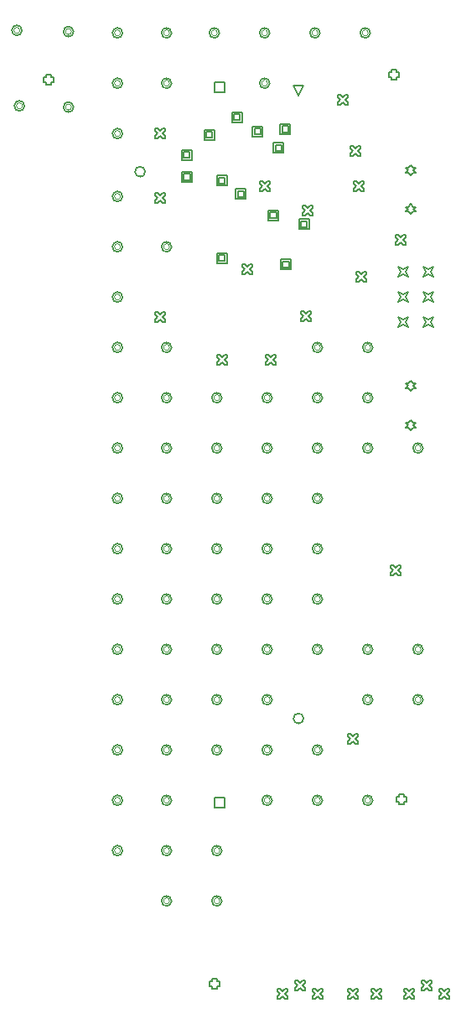
<source format=gbr>
G04*
G04 #@! TF.GenerationSoftware,Altium Limited,Altium Designer,23.10.1 (27)*
G04*
G04 Layer_Color=2752767*
%FSLAX42Y42*%
%MOMM*%
G71*
G04*
G04 #@! TF.SameCoordinates,D788F153-7B32-47A3-9728-DC68925F5BF0*
G04*
G04*
G04 #@! TF.FilePolarity,Positive*
G04*
G01*
G75*
%ADD13C,0.13*%
%ADD98C,0.17*%
%ADD99C,0.10*%
D13*
X1435Y424D02*
X1460Y450D01*
X1486D01*
X1460Y475D01*
X1486Y501D01*
X1460D01*
X1435Y526D01*
X1409Y501D01*
X1384D01*
X1409Y475D01*
X1384Y450D01*
X1409D01*
X1435Y424D01*
Y820D02*
X1460Y846D01*
X1486D01*
X1460Y871D01*
X1486Y897D01*
X1460D01*
X1435Y922D01*
X1409Y897D01*
X1384D01*
X1409Y871D01*
X1384Y846D01*
X1409D01*
X1435Y820D01*
X1308Y1715D02*
X1334Y1765D01*
X1308Y1816D01*
X1359Y1791D01*
X1410Y1816D01*
X1384Y1765D01*
X1410Y1715D01*
X1359Y1740D01*
X1308Y1715D01*
Y1968D02*
X1334Y2019D01*
X1308Y2070D01*
X1359Y2045D01*
X1410Y2070D01*
X1384Y2019D01*
X1410Y1968D01*
X1359Y1994D01*
X1308Y1968D01*
X1562Y1460D02*
X1588Y1511D01*
X1562Y1562D01*
X1613Y1537D01*
X1664Y1562D01*
X1638Y1511D01*
X1664Y1460D01*
X1613Y1486D01*
X1562Y1460D01*
Y1715D02*
X1588Y1765D01*
X1562Y1816D01*
X1613Y1791D01*
X1664Y1816D01*
X1638Y1765D01*
X1664Y1715D01*
X1613Y1740D01*
X1562Y1715D01*
X-2248Y3937D02*
Y3912D01*
X-2197D01*
Y3937D01*
X-2172D01*
Y3988D01*
X-2197D01*
Y4013D01*
X-2248D01*
Y3988D01*
X-2273D01*
Y3937D01*
X-2248D01*
X-572Y-5194D02*
Y-5220D01*
X-521D01*
Y-5194D01*
X-495D01*
Y-5144D01*
X-521D01*
Y-5118D01*
X-572D01*
Y-5144D01*
X-597D01*
Y-5194D01*
X-572D01*
X1321Y-3327D02*
Y-3353D01*
X1372D01*
Y-3327D01*
X1397D01*
Y-3277D01*
X1372D01*
Y-3251D01*
X1321D01*
Y-3277D01*
X1295D01*
Y-3327D01*
X1321D01*
X1245Y3988D02*
Y3962D01*
X1295D01*
Y3988D01*
X1321D01*
Y4039D01*
X1295D01*
Y4064D01*
X1245D01*
Y4039D01*
X1219D01*
Y3988D01*
X1245D01*
X1435Y2601D02*
X1460Y2627D01*
X1486D01*
X1460Y2652D01*
X1486Y2677D01*
X1460D01*
X1435Y2703D01*
X1410Y2677D01*
X1384D01*
X1410Y2652D01*
X1384Y2627D01*
X1410D01*
X1435Y2601D01*
Y2997D02*
X1460Y3023D01*
X1486D01*
X1460Y3048D01*
X1486Y3073D01*
X1460D01*
X1435Y3099D01*
X1410Y3073D01*
X1384D01*
X1410Y3048D01*
X1384Y3023D01*
X1410D01*
X1435Y2997D01*
X1308Y1460D02*
X1334Y1511D01*
X1308Y1562D01*
X1359Y1537D01*
X1410Y1562D01*
X1384Y1511D01*
X1410Y1460D01*
X1359Y1486D01*
X1308Y1460D01*
X1562Y1968D02*
X1588Y2019D01*
X1562Y2070D01*
X1613Y2045D01*
X1664Y2070D01*
X1638Y2019D01*
X1664Y1968D01*
X1613Y1994D01*
X1562Y1968D01*
X-546Y-3391D02*
Y-3289D01*
X-445D01*
Y-3391D01*
X-546D01*
Y3831D02*
Y3933D01*
X-445D01*
Y3831D01*
X-546D01*
X305Y3800D02*
X254Y3902D01*
X356D01*
X305Y3800D01*
X-648Y3353D02*
Y3454D01*
X-546D01*
Y3353D01*
X-648D01*
X-627Y3373D02*
Y3434D01*
X-566D01*
Y3373D01*
X-627D01*
X267Y-5232D02*
X292D01*
X317Y-5207D01*
X343Y-5232D01*
X368D01*
Y-5207D01*
X343Y-5182D01*
X368Y-5156D01*
Y-5131D01*
X343D01*
X317Y-5156D01*
X292Y-5131D01*
X267D01*
Y-5156D01*
X292Y-5182D01*
X267Y-5207D01*
Y-5232D01*
X1549D02*
X1575D01*
X1600Y-5207D01*
X1626Y-5232D01*
X1651D01*
Y-5207D01*
X1626Y-5182D01*
X1651Y-5156D01*
Y-5131D01*
X1626D01*
X1600Y-5156D01*
X1575Y-5131D01*
X1549D01*
Y-5156D01*
X1575Y-5182D01*
X1549Y-5207D01*
Y-5232D01*
X1727Y-5321D02*
X1753D01*
X1778Y-5296D01*
X1803Y-5321D01*
X1829D01*
Y-5296D01*
X1803Y-5271D01*
X1829Y-5245D01*
Y-5220D01*
X1803D01*
X1778Y-5245D01*
X1753Y-5220D01*
X1727D01*
Y-5245D01*
X1753Y-5271D01*
X1727Y-5296D01*
Y-5321D01*
X1041D02*
X1067D01*
X1092Y-5296D01*
X1118Y-5321D01*
X1143D01*
Y-5296D01*
X1118Y-5271D01*
X1143Y-5245D01*
Y-5220D01*
X1118D01*
X1092Y-5245D01*
X1067Y-5220D01*
X1041D01*
Y-5245D01*
X1067Y-5271D01*
X1041Y-5296D01*
Y-5321D01*
X445D02*
X470D01*
X495Y-5296D01*
X521Y-5321D01*
X546D01*
Y-5296D01*
X521Y-5271D01*
X546Y-5245D01*
Y-5220D01*
X521D01*
X495Y-5245D01*
X470Y-5220D01*
X445D01*
Y-5245D01*
X470Y-5271D01*
X445Y-5296D01*
Y-5321D01*
X1372D02*
X1397D01*
X1422Y-5296D01*
X1448Y-5321D01*
X1473D01*
Y-5296D01*
X1448Y-5271D01*
X1473Y-5245D01*
Y-5220D01*
X1448D01*
X1422Y-5245D01*
X1397Y-5220D01*
X1372D01*
Y-5245D01*
X1397Y-5271D01*
X1372Y-5296D01*
Y-5321D01*
X800D02*
X826D01*
X851Y-5296D01*
X876Y-5321D01*
X902D01*
Y-5296D01*
X876Y-5271D01*
X902Y-5245D01*
Y-5220D01*
X876D01*
X851Y-5245D01*
X826Y-5220D01*
X800D01*
Y-5245D01*
X826Y-5271D01*
X800Y-5296D01*
Y-5321D01*
X89D02*
X114D01*
X140Y-5296D01*
X165Y-5321D01*
X190D01*
Y-5296D01*
X165Y-5271D01*
X190Y-5245D01*
Y-5220D01*
X165D01*
X140Y-5245D01*
X114Y-5220D01*
X89D01*
Y-5245D01*
X114Y-5271D01*
X89Y-5296D01*
Y-5321D01*
X-89Y2832D02*
X-63D01*
X-38Y2858D01*
X-13Y2832D01*
X13D01*
Y2858D01*
X-13Y2883D01*
X13Y2908D01*
Y2934D01*
X-13D01*
X-38Y2908D01*
X-63Y2934D01*
X-89D01*
Y2908D01*
X-63Y2883D01*
X-89Y2858D01*
Y2832D01*
X1286Y2290D02*
X1312D01*
X1337Y2315D01*
X1362Y2290D01*
X1388D01*
Y2315D01*
X1362Y2340D01*
X1388Y2366D01*
Y2391D01*
X1362D01*
X1337Y2366D01*
X1312Y2391D01*
X1286D01*
Y2366D01*
X1312Y2340D01*
X1286Y2315D01*
Y2290D01*
X121Y3410D02*
Y3512D01*
X222D01*
Y3410D01*
X121D01*
X141Y3430D02*
Y3491D01*
X202D01*
Y3430D01*
X141D01*
X52Y3221D02*
Y3322D01*
X154D01*
Y3221D01*
X52D01*
X73Y3241D02*
Y3302D01*
X133D01*
Y3241D01*
X73D01*
X-160Y3386D02*
Y3487D01*
X-58D01*
Y3386D01*
X-160D01*
X-140Y3406D02*
Y3467D01*
X-79D01*
Y3406D01*
X-140D01*
X-330Y2756D02*
Y2858D01*
X-228D01*
Y2756D01*
X-330D01*
X-310Y2776D02*
Y2837D01*
X-249D01*
Y2776D01*
X-310D01*
X-519Y2891D02*
Y2993D01*
X-417D01*
Y2891D01*
X-519D01*
X-499Y2911D02*
Y2972D01*
X-438D01*
Y2911D01*
X-499D01*
X343Y2591D02*
X368D01*
X394Y2616D01*
X419Y2591D01*
X445D01*
Y2616D01*
X419Y2642D01*
X445Y2667D01*
Y2692D01*
X419D01*
X394Y2667D01*
X368Y2692D01*
X343D01*
Y2667D01*
X368Y2642D01*
X343Y2616D01*
Y2591D01*
X311Y2451D02*
Y2553D01*
X413D01*
Y2451D01*
X311D01*
X331Y2471D02*
Y2532D01*
X392D01*
Y2471D01*
X331D01*
X889Y1918D02*
X914D01*
X940Y1943D01*
X965Y1918D01*
X991D01*
Y1943D01*
X965Y1968D01*
X991Y1994D01*
Y2019D01*
X965D01*
X940Y1994D01*
X914Y2019D01*
X889D01*
Y1994D01*
X914Y1968D01*
X889Y1943D01*
Y1918D01*
X864Y2832D02*
X889D01*
X914Y2858D01*
X940Y2832D01*
X965D01*
Y2858D01*
X940Y2883D01*
X965Y2908D01*
Y2934D01*
X940D01*
X914Y2908D01*
X889Y2934D01*
X864D01*
Y2908D01*
X889Y2883D01*
X864Y2858D01*
Y2832D01*
X-267Y1994D02*
X-241D01*
X-216Y2019D01*
X-190Y1994D01*
X-165D01*
Y2019D01*
X-190Y2045D01*
X-165Y2070D01*
Y2095D01*
X-190D01*
X-216Y2070D01*
X-241Y2095D01*
X-267D01*
Y2070D01*
X-241Y2045D01*
X-267Y2019D01*
Y1994D01*
X-521Y2108D02*
Y2210D01*
X-419D01*
Y2108D01*
X-521D01*
X-500Y2129D02*
Y2189D01*
X-439D01*
Y2129D01*
X-500D01*
X-1143Y2718D02*
X-1118D01*
X-1092Y2743D01*
X-1067Y2718D01*
X-1041D01*
Y2743D01*
X-1067Y2769D01*
X-1041Y2794D01*
Y2819D01*
X-1067D01*
X-1092Y2794D01*
X-1118Y2819D01*
X-1143D01*
Y2794D01*
X-1118Y2769D01*
X-1143Y2743D01*
Y2718D01*
Y1511D02*
X-1118D01*
X-1092Y1537D01*
X-1067Y1511D01*
X-1041D01*
Y1537D01*
X-1067Y1562D01*
X-1041Y1588D01*
Y1613D01*
X-1067D01*
X-1092Y1588D01*
X-1118Y1613D01*
X-1143D01*
Y1588D01*
X-1118Y1562D01*
X-1143Y1537D01*
Y1511D01*
X826Y3188D02*
X851D01*
X876Y3213D01*
X902Y3188D01*
X927D01*
Y3213D01*
X902Y3238D01*
X927Y3264D01*
Y3289D01*
X902D01*
X876Y3264D01*
X851Y3289D01*
X826D01*
Y3264D01*
X851Y3238D01*
X826Y3213D01*
Y3188D01*
X0Y2540D02*
Y2642D01*
X102D01*
Y2540D01*
X0D01*
X20Y2560D02*
Y2621D01*
X81D01*
Y2560D01*
X20D01*
X-874Y3150D02*
Y3251D01*
X-773D01*
Y3150D01*
X-874D01*
X-854Y3170D02*
Y3231D01*
X-793D01*
Y3170D01*
X-854D01*
X-873Y2928D02*
Y3030D01*
X-772D01*
Y2928D01*
X-873D01*
X-853Y2948D02*
Y3009D01*
X-792D01*
Y2948D01*
X-853D01*
X127Y2045D02*
Y2146D01*
X229D01*
Y2045D01*
X127D01*
X147Y2065D02*
Y2126D01*
X208D01*
Y2065D01*
X147D01*
X-1143Y3365D02*
X-1118D01*
X-1092Y3391D01*
X-1067Y3365D01*
X-1041D01*
Y3391D01*
X-1067Y3416D01*
X-1041Y3442D01*
Y3467D01*
X-1067D01*
X-1092Y3442D01*
X-1118Y3467D01*
X-1143D01*
Y3442D01*
X-1118Y3416D01*
X-1143Y3391D01*
Y3365D01*
X-25Y1080D02*
X0D01*
X25Y1105D01*
X51Y1080D01*
X76D01*
Y1105D01*
X51Y1130D01*
X76Y1156D01*
Y1181D01*
X51D01*
X25Y1156D01*
X0Y1181D01*
X-25D01*
Y1156D01*
X0Y1130D01*
X-25Y1105D01*
Y1080D01*
X-521D02*
X-495D01*
X-470Y1105D01*
X-445Y1080D01*
X-419D01*
Y1105D01*
X-445Y1130D01*
X-419Y1156D01*
Y1181D01*
X-445D01*
X-470Y1156D01*
X-495Y1181D01*
X-521D01*
Y1156D01*
X-495Y1130D01*
X-521Y1105D01*
Y1080D01*
X800Y-2743D02*
X826D01*
X851Y-2718D01*
X876Y-2743D01*
X902D01*
Y-2718D01*
X876Y-2692D01*
X902Y-2667D01*
Y-2642D01*
X876D01*
X851Y-2667D01*
X826Y-2642D01*
X800D01*
Y-2667D01*
X826Y-2692D01*
X800Y-2718D01*
Y-2743D01*
X1232Y-1041D02*
X1257D01*
X1283Y-1016D01*
X1308Y-1041D01*
X1334D01*
Y-1016D01*
X1308Y-991D01*
X1334Y-965D01*
Y-940D01*
X1308D01*
X1283Y-965D01*
X1257Y-940D01*
X1232D01*
Y-965D01*
X1257Y-991D01*
X1232Y-1016D01*
Y-1041D01*
X699Y3708D02*
X724D01*
X749Y3734D01*
X775Y3708D01*
X800D01*
Y3734D01*
X775Y3759D01*
X800Y3785D01*
Y3810D01*
X775D01*
X749Y3785D01*
X724Y3810D01*
X699D01*
Y3785D01*
X724Y3759D01*
X699Y3734D01*
Y3708D01*
X330Y1524D02*
X356D01*
X381Y1549D01*
X406Y1524D01*
X432D01*
Y1549D01*
X406Y1575D01*
X432Y1600D01*
Y1626D01*
X406D01*
X381Y1600D01*
X356Y1626D01*
X330D01*
Y1600D01*
X356Y1575D01*
X330Y1549D01*
Y1524D01*
X-368Y3531D02*
Y3632D01*
X-267D01*
Y3531D01*
X-368D01*
X-348Y3551D02*
Y3612D01*
X-287D01*
Y3551D01*
X-348D01*
D98*
X-1244Y3031D02*
G03*
X-1244Y3031I-51J0D01*
G01*
X356Y-2489D02*
G03*
X356Y-2489I-51J0D01*
G01*
X1562Y241D02*
G03*
X1562Y241I-51J0D01*
G01*
X38Y-267D02*
G03*
X38Y-267I-51J0D01*
G01*
X546D02*
G03*
X546Y-267I-51J0D01*
G01*
Y-775D02*
G03*
X546Y-775I-51J0D01*
G01*
X38D02*
G03*
X38Y-775I-51J0D01*
G01*
Y-1283D02*
G03*
X38Y-1283I-51J0D01*
G01*
X546D02*
G03*
X546Y-1283I-51J0D01*
G01*
X1562Y-1791D02*
G03*
X1562Y-1791I-51J0D01*
G01*
Y-2299D02*
G03*
X1562Y-2299I-51J0D01*
G01*
X1054D02*
G03*
X1054Y-2299I-51J0D01*
G01*
Y-1791D02*
G03*
X1054Y-1791I-51J0D01*
G01*
X546D02*
G03*
X546Y-1791I-51J0D01*
G01*
X38D02*
G03*
X38Y-1791I-51J0D01*
G01*
Y-2299D02*
G03*
X38Y-2299I-51J0D01*
G01*
X546Y-2807D02*
G03*
X546Y-2807I-51J0D01*
G01*
X38D02*
G03*
X38Y-2807I-51J0D01*
G01*
Y-3315D02*
G03*
X38Y-3315I-51J0D01*
G01*
X546D02*
G03*
X546Y-3315I-51J0D01*
G01*
X1054D02*
G03*
X1054Y-3315I-51J0D01*
G01*
Y241D02*
G03*
X1054Y241I-51J0D01*
G01*
Y749D02*
G03*
X1054Y749I-51J0D01*
G01*
Y1257D02*
G03*
X1054Y1257I-51J0D01*
G01*
X546D02*
G03*
X546Y1257I-51J0D01*
G01*
Y749D02*
G03*
X546Y749I-51J0D01*
G01*
Y241D02*
G03*
X546Y241I-51J0D01*
G01*
X38D02*
G03*
X38Y241I-51J0D01*
G01*
Y749D02*
G03*
X38Y749I-51J0D01*
G01*
X1029Y4432D02*
G03*
X1029Y4432I-51J0D01*
G01*
X521D02*
G03*
X521Y4432I-51J0D01*
G01*
X13Y3924D02*
G03*
X13Y3924I-51J0D01*
G01*
Y4432D02*
G03*
X13Y4432I-51J0D01*
G01*
X-495D02*
G03*
X-495Y4432I-51J0D01*
G01*
X-470Y749D02*
G03*
X-470Y749I-51J0D01*
G01*
Y241D02*
G03*
X-470Y241I-51J0D01*
G01*
Y-267D02*
G03*
X-470Y-267I-51J0D01*
G01*
Y-775D02*
G03*
X-470Y-775I-51J0D01*
G01*
Y-1283D02*
G03*
X-470Y-1283I-51J0D01*
G01*
Y-1791D02*
G03*
X-470Y-1791I-51J0D01*
G01*
Y-2299D02*
G03*
X-470Y-2299I-51J0D01*
G01*
Y-2807D02*
G03*
X-470Y-2807I-51J0D01*
G01*
Y-3823D02*
G03*
X-470Y-3823I-51J0D01*
G01*
Y-4331D02*
G03*
X-470Y-4331I-51J0D01*
G01*
X-978D02*
G03*
X-978Y-4331I-51J0D01*
G01*
Y-3823D02*
G03*
X-978Y-3823I-51J0D01*
G01*
Y-3315D02*
G03*
X-978Y-3315I-51J0D01*
G01*
Y-2807D02*
G03*
X-978Y-2807I-51J0D01*
G01*
Y-2299D02*
G03*
X-978Y-2299I-51J0D01*
G01*
Y-1791D02*
G03*
X-978Y-1791I-51J0D01*
G01*
Y-1283D02*
G03*
X-978Y-1283I-51J0D01*
G01*
Y-775D02*
G03*
X-978Y-775I-51J0D01*
G01*
Y-267D02*
G03*
X-978Y-267I-51J0D01*
G01*
Y241D02*
G03*
X-978Y241I-51J0D01*
G01*
Y749D02*
G03*
X-978Y749I-51J0D01*
G01*
Y1257D02*
G03*
X-978Y1257I-51J0D01*
G01*
Y2273D02*
G03*
X-978Y2273I-51J0D01*
G01*
Y3924D02*
G03*
X-978Y3924I-51J0D01*
G01*
Y4432D02*
G03*
X-978Y4432I-51J0D01*
G01*
X-1473Y-3823D02*
G03*
X-1473Y-3823I-51J0D01*
G01*
Y-3315D02*
G03*
X-1473Y-3315I-51J0D01*
G01*
Y-2807D02*
G03*
X-1473Y-2807I-51J0D01*
G01*
Y-2299D02*
G03*
X-1473Y-2299I-51J0D01*
G01*
Y-1791D02*
G03*
X-1473Y-1791I-51J0D01*
G01*
Y-1283D02*
G03*
X-1473Y-1283I-51J0D01*
G01*
Y-775D02*
G03*
X-1473Y-775I-51J0D01*
G01*
Y-267D02*
G03*
X-1473Y-267I-51J0D01*
G01*
Y241D02*
G03*
X-1473Y241I-51J0D01*
G01*
Y749D02*
G03*
X-1473Y749I-51J0D01*
G01*
Y1257D02*
G03*
X-1473Y1257I-51J0D01*
G01*
Y1765D02*
G03*
X-1473Y1765I-51J0D01*
G01*
Y2273D02*
G03*
X-1473Y2273I-51J0D01*
G01*
Y2781D02*
G03*
X-1473Y2781I-51J0D01*
G01*
Y3416D02*
G03*
X-1473Y3416I-51J0D01*
G01*
Y3924D02*
G03*
X-1473Y3924I-51J0D01*
G01*
Y4432D02*
G03*
X-1473Y4432I-51J0D01*
G01*
X-1968Y3683D02*
G03*
X-1968Y3683I-51J0D01*
G01*
X-2464Y3696D02*
G03*
X-2464Y3696I-51J0D01*
G01*
X-1968Y4445D02*
G03*
X-1968Y4445I-51J0D01*
G01*
X-2489Y4458D02*
G03*
X-2489Y4458I-51J0D01*
G01*
D99*
X1542Y241D02*
G03*
X1542Y241I-30J0D01*
G01*
X18Y-267D02*
G03*
X18Y-267I-30J0D01*
G01*
X526D02*
G03*
X526Y-267I-30J0D01*
G01*
Y-775D02*
G03*
X526Y-775I-30J0D01*
G01*
X18D02*
G03*
X18Y-775I-30J0D01*
G01*
Y-1283D02*
G03*
X18Y-1283I-30J0D01*
G01*
X526D02*
G03*
X526Y-1283I-30J0D01*
G01*
X1542Y-1791D02*
G03*
X1542Y-1791I-30J0D01*
G01*
Y-2299D02*
G03*
X1542Y-2299I-30J0D01*
G01*
X1034D02*
G03*
X1034Y-2299I-30J0D01*
G01*
Y-1791D02*
G03*
X1034Y-1791I-30J0D01*
G01*
X526D02*
G03*
X526Y-1791I-30J0D01*
G01*
X18D02*
G03*
X18Y-1791I-30J0D01*
G01*
Y-2299D02*
G03*
X18Y-2299I-30J0D01*
G01*
X526Y-2807D02*
G03*
X526Y-2807I-30J0D01*
G01*
X18D02*
G03*
X18Y-2807I-30J0D01*
G01*
Y-3315D02*
G03*
X18Y-3315I-30J0D01*
G01*
X526D02*
G03*
X526Y-3315I-30J0D01*
G01*
X1034D02*
G03*
X1034Y-3315I-30J0D01*
G01*
Y241D02*
G03*
X1034Y241I-30J0D01*
G01*
Y749D02*
G03*
X1034Y749I-30J0D01*
G01*
Y1257D02*
G03*
X1034Y1257I-30J0D01*
G01*
X526D02*
G03*
X526Y1257I-30J0D01*
G01*
Y749D02*
G03*
X526Y749I-30J0D01*
G01*
Y241D02*
G03*
X526Y241I-30J0D01*
G01*
X18D02*
G03*
X18Y241I-30J0D01*
G01*
Y749D02*
G03*
X18Y749I-30J0D01*
G01*
X1008Y4432D02*
G03*
X1008Y4432I-30J0D01*
G01*
X500D02*
G03*
X500Y4432I-30J0D01*
G01*
X-8Y3924D02*
G03*
X-8Y3924I-30J0D01*
G01*
Y4432D02*
G03*
X-8Y4432I-30J0D01*
G01*
X-516D02*
G03*
X-516Y4432I-30J0D01*
G01*
X-490Y749D02*
G03*
X-490Y749I-30J0D01*
G01*
Y241D02*
G03*
X-490Y241I-30J0D01*
G01*
Y-267D02*
G03*
X-490Y-267I-30J0D01*
G01*
Y-775D02*
G03*
X-490Y-775I-30J0D01*
G01*
Y-1283D02*
G03*
X-490Y-1283I-30J0D01*
G01*
Y-1791D02*
G03*
X-490Y-1791I-30J0D01*
G01*
Y-2299D02*
G03*
X-490Y-2299I-30J0D01*
G01*
Y-2807D02*
G03*
X-490Y-2807I-30J0D01*
G01*
Y-3823D02*
G03*
X-490Y-3823I-30J0D01*
G01*
Y-4331D02*
G03*
X-490Y-4331I-30J0D01*
G01*
X-998D02*
G03*
X-998Y-4331I-30J0D01*
G01*
Y-3823D02*
G03*
X-998Y-3823I-30J0D01*
G01*
Y-3315D02*
G03*
X-998Y-3315I-30J0D01*
G01*
Y-2807D02*
G03*
X-998Y-2807I-30J0D01*
G01*
Y-2299D02*
G03*
X-998Y-2299I-30J0D01*
G01*
Y-1791D02*
G03*
X-998Y-1791I-30J0D01*
G01*
Y-1283D02*
G03*
X-998Y-1283I-30J0D01*
G01*
Y-775D02*
G03*
X-998Y-775I-30J0D01*
G01*
Y-267D02*
G03*
X-998Y-267I-30J0D01*
G01*
Y241D02*
G03*
X-998Y241I-30J0D01*
G01*
Y749D02*
G03*
X-998Y749I-30J0D01*
G01*
Y1257D02*
G03*
X-998Y1257I-30J0D01*
G01*
Y2273D02*
G03*
X-998Y2273I-30J0D01*
G01*
Y3924D02*
G03*
X-998Y3924I-30J0D01*
G01*
Y4432D02*
G03*
X-998Y4432I-30J0D01*
G01*
X-1494Y-3823D02*
G03*
X-1494Y-3823I-30J0D01*
G01*
Y-3315D02*
G03*
X-1494Y-3315I-30J0D01*
G01*
Y-2807D02*
G03*
X-1494Y-2807I-30J0D01*
G01*
Y-2299D02*
G03*
X-1494Y-2299I-30J0D01*
G01*
Y-1791D02*
G03*
X-1494Y-1791I-30J0D01*
G01*
Y-1283D02*
G03*
X-1494Y-1283I-30J0D01*
G01*
Y-775D02*
G03*
X-1494Y-775I-30J0D01*
G01*
Y-267D02*
G03*
X-1494Y-267I-30J0D01*
G01*
Y241D02*
G03*
X-1494Y241I-30J0D01*
G01*
Y749D02*
G03*
X-1494Y749I-30J0D01*
G01*
Y1257D02*
G03*
X-1494Y1257I-30J0D01*
G01*
Y1765D02*
G03*
X-1494Y1765I-30J0D01*
G01*
Y2273D02*
G03*
X-1494Y2273I-30J0D01*
G01*
Y2781D02*
G03*
X-1494Y2781I-30J0D01*
G01*
Y3416D02*
G03*
X-1494Y3416I-30J0D01*
G01*
Y3924D02*
G03*
X-1494Y3924I-30J0D01*
G01*
Y4432D02*
G03*
X-1494Y4432I-30J0D01*
G01*
X-1989Y3683D02*
G03*
X-1989Y3683I-30J0D01*
G01*
X-2484Y3696D02*
G03*
X-2484Y3696I-30J0D01*
G01*
X-1989Y4445D02*
G03*
X-1989Y4445I-30J0D01*
G01*
X-2510Y4458D02*
G03*
X-2510Y4458I-30J0D01*
G01*
M02*

</source>
